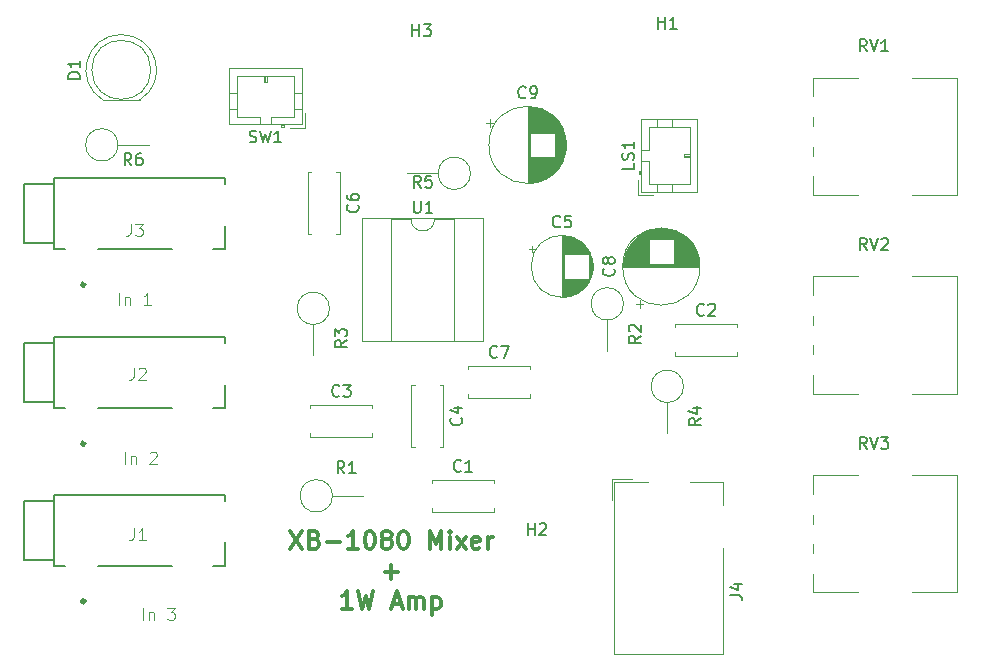
<source format=gbr>
G04 #@! TF.GenerationSoftware,KiCad,Pcbnew,(5.0.1)-rc2*
G04 #@! TF.CreationDate,2018-12-16T23:01:32-05:00*
G04 #@! TF.ProjectId,miniamp,6D696E69616D702E6B696361645F7063,rev?*
G04 #@! TF.SameCoordinates,Original*
G04 #@! TF.FileFunction,Legend,Top*
G04 #@! TF.FilePolarity,Positive*
%FSLAX46Y46*%
G04 Gerber Fmt 4.6, Leading zero omitted, Abs format (unit mm)*
G04 Created by KiCad (PCBNEW (5.0.1)-rc2) date 12/16/2018 11:01:32 PM*
%MOMM*%
%LPD*%
G01*
G04 APERTURE LIST*
%ADD10C,0.300000*%
%ADD11C,0.120000*%
%ADD12C,0.127000*%
%ADD13C,0.150000*%
%ADD14C,0.050000*%
G04 APERTURE END LIST*
D10*
X141959285Y-96831571D02*
X142959285Y-98331571D01*
X142959285Y-96831571D02*
X141959285Y-98331571D01*
X144030714Y-97545857D02*
X144245000Y-97617285D01*
X144316428Y-97688714D01*
X144387857Y-97831571D01*
X144387857Y-98045857D01*
X144316428Y-98188714D01*
X144245000Y-98260142D01*
X144102142Y-98331571D01*
X143530714Y-98331571D01*
X143530714Y-96831571D01*
X144030714Y-96831571D01*
X144173571Y-96903000D01*
X144245000Y-96974428D01*
X144316428Y-97117285D01*
X144316428Y-97260142D01*
X144245000Y-97403000D01*
X144173571Y-97474428D01*
X144030714Y-97545857D01*
X143530714Y-97545857D01*
X145030714Y-97760142D02*
X146173571Y-97760142D01*
X147673571Y-98331571D02*
X146816428Y-98331571D01*
X147245000Y-98331571D02*
X147245000Y-96831571D01*
X147102142Y-97045857D01*
X146959285Y-97188714D01*
X146816428Y-97260142D01*
X148602142Y-96831571D02*
X148745000Y-96831571D01*
X148887857Y-96903000D01*
X148959285Y-96974428D01*
X149030714Y-97117285D01*
X149102142Y-97403000D01*
X149102142Y-97760142D01*
X149030714Y-98045857D01*
X148959285Y-98188714D01*
X148887857Y-98260142D01*
X148745000Y-98331571D01*
X148602142Y-98331571D01*
X148459285Y-98260142D01*
X148387857Y-98188714D01*
X148316428Y-98045857D01*
X148245000Y-97760142D01*
X148245000Y-97403000D01*
X148316428Y-97117285D01*
X148387857Y-96974428D01*
X148459285Y-96903000D01*
X148602142Y-96831571D01*
X149959285Y-97474428D02*
X149816428Y-97403000D01*
X149745000Y-97331571D01*
X149673571Y-97188714D01*
X149673571Y-97117285D01*
X149745000Y-96974428D01*
X149816428Y-96903000D01*
X149959285Y-96831571D01*
X150245000Y-96831571D01*
X150387857Y-96903000D01*
X150459285Y-96974428D01*
X150530714Y-97117285D01*
X150530714Y-97188714D01*
X150459285Y-97331571D01*
X150387857Y-97403000D01*
X150245000Y-97474428D01*
X149959285Y-97474428D01*
X149816428Y-97545857D01*
X149745000Y-97617285D01*
X149673571Y-97760142D01*
X149673571Y-98045857D01*
X149745000Y-98188714D01*
X149816428Y-98260142D01*
X149959285Y-98331571D01*
X150245000Y-98331571D01*
X150387857Y-98260142D01*
X150459285Y-98188714D01*
X150530714Y-98045857D01*
X150530714Y-97760142D01*
X150459285Y-97617285D01*
X150387857Y-97545857D01*
X150245000Y-97474428D01*
X151459285Y-96831571D02*
X151602142Y-96831571D01*
X151745000Y-96903000D01*
X151816428Y-96974428D01*
X151887857Y-97117285D01*
X151959285Y-97403000D01*
X151959285Y-97760142D01*
X151887857Y-98045857D01*
X151816428Y-98188714D01*
X151745000Y-98260142D01*
X151602142Y-98331571D01*
X151459285Y-98331571D01*
X151316428Y-98260142D01*
X151245000Y-98188714D01*
X151173571Y-98045857D01*
X151102142Y-97760142D01*
X151102142Y-97403000D01*
X151173571Y-97117285D01*
X151245000Y-96974428D01*
X151316428Y-96903000D01*
X151459285Y-96831571D01*
X153745000Y-98331571D02*
X153745000Y-96831571D01*
X154245000Y-97903000D01*
X154745000Y-96831571D01*
X154745000Y-98331571D01*
X155459285Y-98331571D02*
X155459285Y-97331571D01*
X155459285Y-96831571D02*
X155387857Y-96903000D01*
X155459285Y-96974428D01*
X155530714Y-96903000D01*
X155459285Y-96831571D01*
X155459285Y-96974428D01*
X156030714Y-98331571D02*
X156816428Y-97331571D01*
X156030714Y-97331571D02*
X156816428Y-98331571D01*
X157959285Y-98260142D02*
X157816428Y-98331571D01*
X157530714Y-98331571D01*
X157387857Y-98260142D01*
X157316428Y-98117285D01*
X157316428Y-97545857D01*
X157387857Y-97403000D01*
X157530714Y-97331571D01*
X157816428Y-97331571D01*
X157959285Y-97403000D01*
X158030714Y-97545857D01*
X158030714Y-97688714D01*
X157316428Y-97831571D01*
X158673571Y-98331571D02*
X158673571Y-97331571D01*
X158673571Y-97617285D02*
X158745000Y-97474428D01*
X158816428Y-97403000D01*
X158959285Y-97331571D01*
X159102142Y-97331571D01*
X149923571Y-100310142D02*
X151066428Y-100310142D01*
X150495000Y-100881571D02*
X150495000Y-99738714D01*
X147173571Y-103431571D02*
X146316428Y-103431571D01*
X146745000Y-103431571D02*
X146745000Y-101931571D01*
X146602142Y-102145857D01*
X146459285Y-102288714D01*
X146316428Y-102360142D01*
X147673571Y-101931571D02*
X148030714Y-103431571D01*
X148316428Y-102360142D01*
X148602142Y-103431571D01*
X148959285Y-101931571D01*
X150602142Y-103003000D02*
X151316428Y-103003000D01*
X150459285Y-103431571D02*
X150959285Y-101931571D01*
X151459285Y-103431571D01*
X151959285Y-103431571D02*
X151959285Y-102431571D01*
X151959285Y-102574428D02*
X152030714Y-102503000D01*
X152173571Y-102431571D01*
X152387857Y-102431571D01*
X152530714Y-102503000D01*
X152602142Y-102645857D01*
X152602142Y-103431571D01*
X152602142Y-102645857D02*
X152673571Y-102503000D01*
X152816428Y-102431571D01*
X153030714Y-102431571D01*
X153173571Y-102503000D01*
X153245000Y-102645857D01*
X153245000Y-103431571D01*
X153959285Y-102431571D02*
X153959285Y-103931571D01*
X153959285Y-102503000D02*
X154102142Y-102431571D01*
X154387857Y-102431571D01*
X154530714Y-102503000D01*
X154602142Y-102574428D01*
X154673571Y-102717285D01*
X154673571Y-103145857D01*
X154602142Y-103288714D01*
X154530714Y-103360142D01*
X154387857Y-103431571D01*
X154102142Y-103431571D01*
X153959285Y-103360142D01*
D11*
G04 #@! TO.C,D1*
X127635462Y-54795000D02*
G75*
G03X126090170Y-60345000I-462J-2990000D01*
G01*
X127634538Y-54795000D02*
G75*
G02X129179830Y-60345000I462J-2990000D01*
G01*
X130135000Y-57785000D02*
G75*
G03X130135000Y-57785000I-2500000J0D01*
G01*
X126090000Y-60345000D02*
X129180000Y-60345000D01*
G04 #@! TO.C,SW1*
X143203000Y-62689000D02*
X143203000Y-61439000D01*
X141953000Y-62689000D02*
X143203000Y-62689000D01*
X139843000Y-58279000D02*
X139843000Y-58779000D01*
X139743000Y-58779000D02*
X139743000Y-58279000D01*
X139943000Y-58779000D02*
X139743000Y-58779000D01*
X139943000Y-58279000D02*
X139943000Y-58779000D01*
X136783000Y-59779000D02*
X137393000Y-59779000D01*
X136783000Y-61079000D02*
X137393000Y-61079000D01*
X142903000Y-59779000D02*
X142293000Y-59779000D01*
X142903000Y-61079000D02*
X142293000Y-61079000D01*
X139343000Y-61779000D02*
X139343000Y-62389000D01*
X137393000Y-61779000D02*
X139343000Y-61779000D01*
X137393000Y-58279000D02*
X137393000Y-61779000D01*
X142293000Y-58279000D02*
X137393000Y-58279000D01*
X142293000Y-61779000D02*
X142293000Y-58279000D01*
X140343000Y-61779000D02*
X142293000Y-61779000D01*
X140343000Y-62389000D02*
X140343000Y-61779000D01*
X141143000Y-62489000D02*
X141443000Y-62489000D01*
X141443000Y-62589000D02*
X141443000Y-62389000D01*
X141143000Y-62589000D02*
X141443000Y-62589000D01*
X141143000Y-62389000D02*
X141143000Y-62589000D01*
X136783000Y-62389000D02*
X142903000Y-62389000D01*
X136783000Y-57669000D02*
X136783000Y-62389000D01*
X142903000Y-57669000D02*
X136783000Y-57669000D01*
X142903000Y-62389000D02*
X142903000Y-57669000D01*
G04 #@! TO.C,LS1*
X171672000Y-68100000D02*
X176392000Y-68100000D01*
X176392000Y-68100000D02*
X176392000Y-61980000D01*
X176392000Y-61980000D02*
X171672000Y-61980000D01*
X171672000Y-61980000D02*
X171672000Y-68100000D01*
X171672000Y-66340000D02*
X171472000Y-66340000D01*
X171472000Y-66340000D02*
X171472000Y-66640000D01*
X171472000Y-66640000D02*
X171672000Y-66640000D01*
X171572000Y-66340000D02*
X171572000Y-66640000D01*
X171672000Y-65540000D02*
X172282000Y-65540000D01*
X172282000Y-65540000D02*
X172282000Y-67490000D01*
X172282000Y-67490000D02*
X175782000Y-67490000D01*
X175782000Y-67490000D02*
X175782000Y-62590000D01*
X175782000Y-62590000D02*
X172282000Y-62590000D01*
X172282000Y-62590000D02*
X172282000Y-64540000D01*
X172282000Y-64540000D02*
X171672000Y-64540000D01*
X172982000Y-68100000D02*
X172982000Y-67490000D01*
X174282000Y-68100000D02*
X174282000Y-67490000D01*
X172982000Y-61980000D02*
X172982000Y-62590000D01*
X174282000Y-61980000D02*
X174282000Y-62590000D01*
X175782000Y-65140000D02*
X175282000Y-65140000D01*
X175282000Y-65140000D02*
X175282000Y-64940000D01*
X175282000Y-64940000D02*
X175782000Y-64940000D01*
X175782000Y-65040000D02*
X175282000Y-65040000D01*
X171372000Y-67150000D02*
X171372000Y-68400000D01*
X171372000Y-68400000D02*
X172622000Y-68400000D01*
G04 #@! TO.C,C8*
X171201000Y-77627241D02*
X171831000Y-77627241D01*
X171516000Y-77942241D02*
X171516000Y-77312241D01*
X172953000Y-71201000D02*
X173757000Y-71201000D01*
X172722000Y-71241000D02*
X173988000Y-71241000D01*
X172553000Y-71281000D02*
X174157000Y-71281000D01*
X172415000Y-71321000D02*
X174295000Y-71321000D01*
X172296000Y-71361000D02*
X174414000Y-71361000D01*
X172190000Y-71401000D02*
X174520000Y-71401000D01*
X172093000Y-71441000D02*
X174617000Y-71441000D01*
X172005000Y-71481000D02*
X174705000Y-71481000D01*
X171923000Y-71521000D02*
X174787000Y-71521000D01*
X171846000Y-71561000D02*
X174864000Y-71561000D01*
X171774000Y-71601000D02*
X174936000Y-71601000D01*
X171705000Y-71641000D02*
X175005000Y-71641000D01*
X171641000Y-71681000D02*
X175069000Y-71681000D01*
X171579000Y-71721000D02*
X175131000Y-71721000D01*
X171521000Y-71761000D02*
X175189000Y-71761000D01*
X171465000Y-71801000D02*
X175245000Y-71801000D01*
X171411000Y-71841000D02*
X175299000Y-71841000D01*
X171360000Y-71881000D02*
X175350000Y-71881000D01*
X171311000Y-71921000D02*
X175399000Y-71921000D01*
X171263000Y-71961000D02*
X175447000Y-71961000D01*
X171218000Y-72001000D02*
X175492000Y-72001000D01*
X171173000Y-72041000D02*
X175537000Y-72041000D01*
X171131000Y-72081000D02*
X175579000Y-72081000D01*
X171090000Y-72121000D02*
X175620000Y-72121000D01*
X174395000Y-72161000D02*
X175660000Y-72161000D01*
X171050000Y-72161000D02*
X172315000Y-72161000D01*
X174395000Y-72201000D02*
X175698000Y-72201000D01*
X171012000Y-72201000D02*
X172315000Y-72201000D01*
X174395000Y-72241000D02*
X175735000Y-72241000D01*
X170975000Y-72241000D02*
X172315000Y-72241000D01*
X174395000Y-72281000D02*
X175771000Y-72281000D01*
X170939000Y-72281000D02*
X172315000Y-72281000D01*
X174395000Y-72321000D02*
X175805000Y-72321000D01*
X170905000Y-72321000D02*
X172315000Y-72321000D01*
X174395000Y-72361000D02*
X175839000Y-72361000D01*
X170871000Y-72361000D02*
X172315000Y-72361000D01*
X174395000Y-72401000D02*
X175871000Y-72401000D01*
X170839000Y-72401000D02*
X172315000Y-72401000D01*
X174395000Y-72441000D02*
X175903000Y-72441000D01*
X170807000Y-72441000D02*
X172315000Y-72441000D01*
X174395000Y-72481000D02*
X175933000Y-72481000D01*
X170777000Y-72481000D02*
X172315000Y-72481000D01*
X174395000Y-72521000D02*
X175962000Y-72521000D01*
X170748000Y-72521000D02*
X172315000Y-72521000D01*
X174395000Y-72561000D02*
X175991000Y-72561000D01*
X170719000Y-72561000D02*
X172315000Y-72561000D01*
X174395000Y-72601000D02*
X176019000Y-72601000D01*
X170691000Y-72601000D02*
X172315000Y-72601000D01*
X174395000Y-72641000D02*
X176045000Y-72641000D01*
X170665000Y-72641000D02*
X172315000Y-72641000D01*
X174395000Y-72681000D02*
X176071000Y-72681000D01*
X170639000Y-72681000D02*
X172315000Y-72681000D01*
X174395000Y-72721000D02*
X176097000Y-72721000D01*
X170613000Y-72721000D02*
X172315000Y-72721000D01*
X174395000Y-72761000D02*
X176121000Y-72761000D01*
X170589000Y-72761000D02*
X172315000Y-72761000D01*
X174395000Y-72801000D02*
X176145000Y-72801000D01*
X170565000Y-72801000D02*
X172315000Y-72801000D01*
X174395000Y-72841000D02*
X176167000Y-72841000D01*
X170543000Y-72841000D02*
X172315000Y-72841000D01*
X174395000Y-72881000D02*
X176189000Y-72881000D01*
X170521000Y-72881000D02*
X172315000Y-72881000D01*
X174395000Y-72921000D02*
X176211000Y-72921000D01*
X170499000Y-72921000D02*
X172315000Y-72921000D01*
X174395000Y-72961000D02*
X176231000Y-72961000D01*
X170479000Y-72961000D02*
X172315000Y-72961000D01*
X174395000Y-73001000D02*
X176251000Y-73001000D01*
X170459000Y-73001000D02*
X172315000Y-73001000D01*
X174395000Y-73041000D02*
X176271000Y-73041000D01*
X170439000Y-73041000D02*
X172315000Y-73041000D01*
X174395000Y-73081000D02*
X176289000Y-73081000D01*
X170421000Y-73081000D02*
X172315000Y-73081000D01*
X174395000Y-73121000D02*
X176307000Y-73121000D01*
X170403000Y-73121000D02*
X172315000Y-73121000D01*
X174395000Y-73161000D02*
X176325000Y-73161000D01*
X170385000Y-73161000D02*
X172315000Y-73161000D01*
X174395000Y-73201000D02*
X176341000Y-73201000D01*
X170369000Y-73201000D02*
X172315000Y-73201000D01*
X174395000Y-73241000D02*
X176357000Y-73241000D01*
X170353000Y-73241000D02*
X172315000Y-73241000D01*
X174395000Y-73281000D02*
X176373000Y-73281000D01*
X170337000Y-73281000D02*
X172315000Y-73281000D01*
X174395000Y-73321000D02*
X176388000Y-73321000D01*
X170322000Y-73321000D02*
X172315000Y-73321000D01*
X174395000Y-73361000D02*
X176402000Y-73361000D01*
X170308000Y-73361000D02*
X172315000Y-73361000D01*
X174395000Y-73401000D02*
X176416000Y-73401000D01*
X170294000Y-73401000D02*
X172315000Y-73401000D01*
X174395000Y-73441000D02*
X176429000Y-73441000D01*
X170281000Y-73441000D02*
X172315000Y-73441000D01*
X174395000Y-73481000D02*
X176441000Y-73481000D01*
X170269000Y-73481000D02*
X172315000Y-73481000D01*
X174395000Y-73521000D02*
X176453000Y-73521000D01*
X170257000Y-73521000D02*
X172315000Y-73521000D01*
X174395000Y-73561000D02*
X176465000Y-73561000D01*
X170245000Y-73561000D02*
X172315000Y-73561000D01*
X174395000Y-73601000D02*
X176476000Y-73601000D01*
X170234000Y-73601000D02*
X172315000Y-73601000D01*
X174395000Y-73641000D02*
X176486000Y-73641000D01*
X170224000Y-73641000D02*
X172315000Y-73641000D01*
X174395000Y-73681000D02*
X176496000Y-73681000D01*
X170214000Y-73681000D02*
X172315000Y-73681000D01*
X174395000Y-73721000D02*
X176505000Y-73721000D01*
X170205000Y-73721000D02*
X172315000Y-73721000D01*
X174395000Y-73762000D02*
X176514000Y-73762000D01*
X170196000Y-73762000D02*
X172315000Y-73762000D01*
X174395000Y-73802000D02*
X176522000Y-73802000D01*
X170188000Y-73802000D02*
X172315000Y-73802000D01*
X174395000Y-73842000D02*
X176530000Y-73842000D01*
X170180000Y-73842000D02*
X172315000Y-73842000D01*
X174395000Y-73882000D02*
X176537000Y-73882000D01*
X170173000Y-73882000D02*
X172315000Y-73882000D01*
X174395000Y-73922000D02*
X176544000Y-73922000D01*
X170166000Y-73922000D02*
X172315000Y-73922000D01*
X174395000Y-73962000D02*
X176550000Y-73962000D01*
X170160000Y-73962000D02*
X172315000Y-73962000D01*
X174395000Y-74002000D02*
X176556000Y-74002000D01*
X170154000Y-74002000D02*
X172315000Y-74002000D01*
X174395000Y-74042000D02*
X176561000Y-74042000D01*
X170149000Y-74042000D02*
X172315000Y-74042000D01*
X174395000Y-74082000D02*
X176566000Y-74082000D01*
X170144000Y-74082000D02*
X172315000Y-74082000D01*
X174395000Y-74122000D02*
X176570000Y-74122000D01*
X170140000Y-74122000D02*
X172315000Y-74122000D01*
X174395000Y-74162000D02*
X176573000Y-74162000D01*
X170137000Y-74162000D02*
X172315000Y-74162000D01*
X174395000Y-74202000D02*
X176577000Y-74202000D01*
X170133000Y-74202000D02*
X172315000Y-74202000D01*
X170131000Y-74242000D02*
X176579000Y-74242000D01*
X170128000Y-74282000D02*
X176582000Y-74282000D01*
X170127000Y-74322000D02*
X176583000Y-74322000D01*
X170125000Y-74362000D02*
X176585000Y-74362000D01*
X170125000Y-74402000D02*
X176585000Y-74402000D01*
X170125000Y-74442000D02*
X176585000Y-74442000D01*
X176625000Y-74442000D02*
G75*
G03X176625000Y-74442000I-3270000J0D01*
G01*
G04 #@! TO.C,C9*
X165302000Y-64135000D02*
G75*
G03X165302000Y-64135000I-3270000J0D01*
G01*
X162032000Y-60905000D02*
X162032000Y-67365000D01*
X162072000Y-60905000D02*
X162072000Y-67365000D01*
X162112000Y-60905000D02*
X162112000Y-67365000D01*
X162152000Y-60907000D02*
X162152000Y-67363000D01*
X162192000Y-60908000D02*
X162192000Y-67362000D01*
X162232000Y-60911000D02*
X162232000Y-67359000D01*
X162272000Y-60913000D02*
X162272000Y-63095000D01*
X162272000Y-65175000D02*
X162272000Y-67357000D01*
X162312000Y-60917000D02*
X162312000Y-63095000D01*
X162312000Y-65175000D02*
X162312000Y-67353000D01*
X162352000Y-60920000D02*
X162352000Y-63095000D01*
X162352000Y-65175000D02*
X162352000Y-67350000D01*
X162392000Y-60924000D02*
X162392000Y-63095000D01*
X162392000Y-65175000D02*
X162392000Y-67346000D01*
X162432000Y-60929000D02*
X162432000Y-63095000D01*
X162432000Y-65175000D02*
X162432000Y-67341000D01*
X162472000Y-60934000D02*
X162472000Y-63095000D01*
X162472000Y-65175000D02*
X162472000Y-67336000D01*
X162512000Y-60940000D02*
X162512000Y-63095000D01*
X162512000Y-65175000D02*
X162512000Y-67330000D01*
X162552000Y-60946000D02*
X162552000Y-63095000D01*
X162552000Y-65175000D02*
X162552000Y-67324000D01*
X162592000Y-60953000D02*
X162592000Y-63095000D01*
X162592000Y-65175000D02*
X162592000Y-67317000D01*
X162632000Y-60960000D02*
X162632000Y-63095000D01*
X162632000Y-65175000D02*
X162632000Y-67310000D01*
X162672000Y-60968000D02*
X162672000Y-63095000D01*
X162672000Y-65175000D02*
X162672000Y-67302000D01*
X162712000Y-60976000D02*
X162712000Y-63095000D01*
X162712000Y-65175000D02*
X162712000Y-67294000D01*
X162753000Y-60985000D02*
X162753000Y-63095000D01*
X162753000Y-65175000D02*
X162753000Y-67285000D01*
X162793000Y-60994000D02*
X162793000Y-63095000D01*
X162793000Y-65175000D02*
X162793000Y-67276000D01*
X162833000Y-61004000D02*
X162833000Y-63095000D01*
X162833000Y-65175000D02*
X162833000Y-67266000D01*
X162873000Y-61014000D02*
X162873000Y-63095000D01*
X162873000Y-65175000D02*
X162873000Y-67256000D01*
X162913000Y-61025000D02*
X162913000Y-63095000D01*
X162913000Y-65175000D02*
X162913000Y-67245000D01*
X162953000Y-61037000D02*
X162953000Y-63095000D01*
X162953000Y-65175000D02*
X162953000Y-67233000D01*
X162993000Y-61049000D02*
X162993000Y-63095000D01*
X162993000Y-65175000D02*
X162993000Y-67221000D01*
X163033000Y-61061000D02*
X163033000Y-63095000D01*
X163033000Y-65175000D02*
X163033000Y-67209000D01*
X163073000Y-61074000D02*
X163073000Y-63095000D01*
X163073000Y-65175000D02*
X163073000Y-67196000D01*
X163113000Y-61088000D02*
X163113000Y-63095000D01*
X163113000Y-65175000D02*
X163113000Y-67182000D01*
X163153000Y-61102000D02*
X163153000Y-63095000D01*
X163153000Y-65175000D02*
X163153000Y-67168000D01*
X163193000Y-61117000D02*
X163193000Y-63095000D01*
X163193000Y-65175000D02*
X163193000Y-67153000D01*
X163233000Y-61133000D02*
X163233000Y-63095000D01*
X163233000Y-65175000D02*
X163233000Y-67137000D01*
X163273000Y-61149000D02*
X163273000Y-63095000D01*
X163273000Y-65175000D02*
X163273000Y-67121000D01*
X163313000Y-61165000D02*
X163313000Y-63095000D01*
X163313000Y-65175000D02*
X163313000Y-67105000D01*
X163353000Y-61183000D02*
X163353000Y-63095000D01*
X163353000Y-65175000D02*
X163353000Y-67087000D01*
X163393000Y-61201000D02*
X163393000Y-63095000D01*
X163393000Y-65175000D02*
X163393000Y-67069000D01*
X163433000Y-61219000D02*
X163433000Y-63095000D01*
X163433000Y-65175000D02*
X163433000Y-67051000D01*
X163473000Y-61239000D02*
X163473000Y-63095000D01*
X163473000Y-65175000D02*
X163473000Y-67031000D01*
X163513000Y-61259000D02*
X163513000Y-63095000D01*
X163513000Y-65175000D02*
X163513000Y-67011000D01*
X163553000Y-61279000D02*
X163553000Y-63095000D01*
X163553000Y-65175000D02*
X163553000Y-66991000D01*
X163593000Y-61301000D02*
X163593000Y-63095000D01*
X163593000Y-65175000D02*
X163593000Y-66969000D01*
X163633000Y-61323000D02*
X163633000Y-63095000D01*
X163633000Y-65175000D02*
X163633000Y-66947000D01*
X163673000Y-61345000D02*
X163673000Y-63095000D01*
X163673000Y-65175000D02*
X163673000Y-66925000D01*
X163713000Y-61369000D02*
X163713000Y-63095000D01*
X163713000Y-65175000D02*
X163713000Y-66901000D01*
X163753000Y-61393000D02*
X163753000Y-63095000D01*
X163753000Y-65175000D02*
X163753000Y-66877000D01*
X163793000Y-61419000D02*
X163793000Y-63095000D01*
X163793000Y-65175000D02*
X163793000Y-66851000D01*
X163833000Y-61445000D02*
X163833000Y-63095000D01*
X163833000Y-65175000D02*
X163833000Y-66825000D01*
X163873000Y-61471000D02*
X163873000Y-63095000D01*
X163873000Y-65175000D02*
X163873000Y-66799000D01*
X163913000Y-61499000D02*
X163913000Y-63095000D01*
X163913000Y-65175000D02*
X163913000Y-66771000D01*
X163953000Y-61528000D02*
X163953000Y-63095000D01*
X163953000Y-65175000D02*
X163953000Y-66742000D01*
X163993000Y-61557000D02*
X163993000Y-63095000D01*
X163993000Y-65175000D02*
X163993000Y-66713000D01*
X164033000Y-61587000D02*
X164033000Y-63095000D01*
X164033000Y-65175000D02*
X164033000Y-66683000D01*
X164073000Y-61619000D02*
X164073000Y-63095000D01*
X164073000Y-65175000D02*
X164073000Y-66651000D01*
X164113000Y-61651000D02*
X164113000Y-63095000D01*
X164113000Y-65175000D02*
X164113000Y-66619000D01*
X164153000Y-61685000D02*
X164153000Y-63095000D01*
X164153000Y-65175000D02*
X164153000Y-66585000D01*
X164193000Y-61719000D02*
X164193000Y-63095000D01*
X164193000Y-65175000D02*
X164193000Y-66551000D01*
X164233000Y-61755000D02*
X164233000Y-63095000D01*
X164233000Y-65175000D02*
X164233000Y-66515000D01*
X164273000Y-61792000D02*
X164273000Y-63095000D01*
X164273000Y-65175000D02*
X164273000Y-66478000D01*
X164313000Y-61830000D02*
X164313000Y-63095000D01*
X164313000Y-65175000D02*
X164313000Y-66440000D01*
X164353000Y-61870000D02*
X164353000Y-66400000D01*
X164393000Y-61911000D02*
X164393000Y-66359000D01*
X164433000Y-61953000D02*
X164433000Y-66317000D01*
X164473000Y-61998000D02*
X164473000Y-66272000D01*
X164513000Y-62043000D02*
X164513000Y-66227000D01*
X164553000Y-62091000D02*
X164553000Y-66179000D01*
X164593000Y-62140000D02*
X164593000Y-66130000D01*
X164633000Y-62191000D02*
X164633000Y-66079000D01*
X164673000Y-62245000D02*
X164673000Y-66025000D01*
X164713000Y-62301000D02*
X164713000Y-65969000D01*
X164753000Y-62359000D02*
X164753000Y-65911000D01*
X164793000Y-62421000D02*
X164793000Y-65849000D01*
X164833000Y-62485000D02*
X164833000Y-65785000D01*
X164873000Y-62554000D02*
X164873000Y-65716000D01*
X164913000Y-62626000D02*
X164913000Y-65644000D01*
X164953000Y-62703000D02*
X164953000Y-65567000D01*
X164993000Y-62785000D02*
X164993000Y-65485000D01*
X165033000Y-62873000D02*
X165033000Y-65397000D01*
X165073000Y-62970000D02*
X165073000Y-65300000D01*
X165113000Y-63076000D02*
X165113000Y-65194000D01*
X165153000Y-63195000D02*
X165153000Y-65075000D01*
X165193000Y-63333000D02*
X165193000Y-64937000D01*
X165233000Y-63502000D02*
X165233000Y-64768000D01*
X165273000Y-63733000D02*
X165273000Y-64537000D01*
X158531759Y-62296000D02*
X159161759Y-62296000D01*
X158846759Y-61981000D02*
X158846759Y-62611000D01*
G04 #@! TO.C,J4*
X178590000Y-98272000D02*
X178590000Y-107272000D01*
X178590000Y-107272000D02*
X169390000Y-107272000D01*
X169390000Y-107272000D02*
X169390000Y-92672000D01*
X169390000Y-92672000D02*
X172190000Y-92672000D01*
X175790000Y-92672000D02*
X178590000Y-92672000D01*
X178590000Y-92672000D02*
X178590000Y-94672000D01*
X169150000Y-94172000D02*
X169150000Y-92432000D01*
X169150000Y-92432000D02*
X170890000Y-92432000D01*
G04 #@! TO.C,C5*
X167573000Y-74422000D02*
G75*
G03X167573000Y-74422000I-2620000J0D01*
G01*
X164953000Y-71842000D02*
X164953000Y-77002000D01*
X164993000Y-71842000D02*
X164993000Y-77002000D01*
X165033000Y-71843000D02*
X165033000Y-77001000D01*
X165073000Y-71844000D02*
X165073000Y-77000000D01*
X165113000Y-71846000D02*
X165113000Y-76998000D01*
X165153000Y-71849000D02*
X165153000Y-76995000D01*
X165193000Y-71853000D02*
X165193000Y-73382000D01*
X165193000Y-75462000D02*
X165193000Y-76991000D01*
X165233000Y-71857000D02*
X165233000Y-73382000D01*
X165233000Y-75462000D02*
X165233000Y-76987000D01*
X165273000Y-71861000D02*
X165273000Y-73382000D01*
X165273000Y-75462000D02*
X165273000Y-76983000D01*
X165313000Y-71866000D02*
X165313000Y-73382000D01*
X165313000Y-75462000D02*
X165313000Y-76978000D01*
X165353000Y-71872000D02*
X165353000Y-73382000D01*
X165353000Y-75462000D02*
X165353000Y-76972000D01*
X165393000Y-71879000D02*
X165393000Y-73382000D01*
X165393000Y-75462000D02*
X165393000Y-76965000D01*
X165433000Y-71886000D02*
X165433000Y-73382000D01*
X165433000Y-75462000D02*
X165433000Y-76958000D01*
X165473000Y-71894000D02*
X165473000Y-73382000D01*
X165473000Y-75462000D02*
X165473000Y-76950000D01*
X165513000Y-71902000D02*
X165513000Y-73382000D01*
X165513000Y-75462000D02*
X165513000Y-76942000D01*
X165553000Y-71911000D02*
X165553000Y-73382000D01*
X165553000Y-75462000D02*
X165553000Y-76933000D01*
X165593000Y-71921000D02*
X165593000Y-73382000D01*
X165593000Y-75462000D02*
X165593000Y-76923000D01*
X165633000Y-71931000D02*
X165633000Y-73382000D01*
X165633000Y-75462000D02*
X165633000Y-76913000D01*
X165674000Y-71942000D02*
X165674000Y-73382000D01*
X165674000Y-75462000D02*
X165674000Y-76902000D01*
X165714000Y-71954000D02*
X165714000Y-73382000D01*
X165714000Y-75462000D02*
X165714000Y-76890000D01*
X165754000Y-71967000D02*
X165754000Y-73382000D01*
X165754000Y-75462000D02*
X165754000Y-76877000D01*
X165794000Y-71980000D02*
X165794000Y-73382000D01*
X165794000Y-75462000D02*
X165794000Y-76864000D01*
X165834000Y-71994000D02*
X165834000Y-73382000D01*
X165834000Y-75462000D02*
X165834000Y-76850000D01*
X165874000Y-72008000D02*
X165874000Y-73382000D01*
X165874000Y-75462000D02*
X165874000Y-76836000D01*
X165914000Y-72024000D02*
X165914000Y-73382000D01*
X165914000Y-75462000D02*
X165914000Y-76820000D01*
X165954000Y-72040000D02*
X165954000Y-73382000D01*
X165954000Y-75462000D02*
X165954000Y-76804000D01*
X165994000Y-72057000D02*
X165994000Y-73382000D01*
X165994000Y-75462000D02*
X165994000Y-76787000D01*
X166034000Y-72074000D02*
X166034000Y-73382000D01*
X166034000Y-75462000D02*
X166034000Y-76770000D01*
X166074000Y-72093000D02*
X166074000Y-73382000D01*
X166074000Y-75462000D02*
X166074000Y-76751000D01*
X166114000Y-72112000D02*
X166114000Y-73382000D01*
X166114000Y-75462000D02*
X166114000Y-76732000D01*
X166154000Y-72132000D02*
X166154000Y-73382000D01*
X166154000Y-75462000D02*
X166154000Y-76712000D01*
X166194000Y-72154000D02*
X166194000Y-73382000D01*
X166194000Y-75462000D02*
X166194000Y-76690000D01*
X166234000Y-72175000D02*
X166234000Y-73382000D01*
X166234000Y-75462000D02*
X166234000Y-76669000D01*
X166274000Y-72198000D02*
X166274000Y-73382000D01*
X166274000Y-75462000D02*
X166274000Y-76646000D01*
X166314000Y-72222000D02*
X166314000Y-73382000D01*
X166314000Y-75462000D02*
X166314000Y-76622000D01*
X166354000Y-72247000D02*
X166354000Y-73382000D01*
X166354000Y-75462000D02*
X166354000Y-76597000D01*
X166394000Y-72273000D02*
X166394000Y-73382000D01*
X166394000Y-75462000D02*
X166394000Y-76571000D01*
X166434000Y-72300000D02*
X166434000Y-73382000D01*
X166434000Y-75462000D02*
X166434000Y-76544000D01*
X166474000Y-72327000D02*
X166474000Y-73382000D01*
X166474000Y-75462000D02*
X166474000Y-76517000D01*
X166514000Y-72357000D02*
X166514000Y-73382000D01*
X166514000Y-75462000D02*
X166514000Y-76487000D01*
X166554000Y-72387000D02*
X166554000Y-73382000D01*
X166554000Y-75462000D02*
X166554000Y-76457000D01*
X166594000Y-72418000D02*
X166594000Y-73382000D01*
X166594000Y-75462000D02*
X166594000Y-76426000D01*
X166634000Y-72451000D02*
X166634000Y-73382000D01*
X166634000Y-75462000D02*
X166634000Y-76393000D01*
X166674000Y-72485000D02*
X166674000Y-73382000D01*
X166674000Y-75462000D02*
X166674000Y-76359000D01*
X166714000Y-72521000D02*
X166714000Y-73382000D01*
X166714000Y-75462000D02*
X166714000Y-76323000D01*
X166754000Y-72558000D02*
X166754000Y-73382000D01*
X166754000Y-75462000D02*
X166754000Y-76286000D01*
X166794000Y-72596000D02*
X166794000Y-73382000D01*
X166794000Y-75462000D02*
X166794000Y-76248000D01*
X166834000Y-72637000D02*
X166834000Y-73382000D01*
X166834000Y-75462000D02*
X166834000Y-76207000D01*
X166874000Y-72679000D02*
X166874000Y-73382000D01*
X166874000Y-75462000D02*
X166874000Y-76165000D01*
X166914000Y-72723000D02*
X166914000Y-73382000D01*
X166914000Y-75462000D02*
X166914000Y-76121000D01*
X166954000Y-72769000D02*
X166954000Y-73382000D01*
X166954000Y-75462000D02*
X166954000Y-76075000D01*
X166994000Y-72817000D02*
X166994000Y-73382000D01*
X166994000Y-75462000D02*
X166994000Y-76027000D01*
X167034000Y-72868000D02*
X167034000Y-73382000D01*
X167034000Y-75462000D02*
X167034000Y-75976000D01*
X167074000Y-72922000D02*
X167074000Y-73382000D01*
X167074000Y-75462000D02*
X167074000Y-75922000D01*
X167114000Y-72979000D02*
X167114000Y-73382000D01*
X167114000Y-75462000D02*
X167114000Y-75865000D01*
X167154000Y-73039000D02*
X167154000Y-73382000D01*
X167154000Y-75462000D02*
X167154000Y-75805000D01*
X167194000Y-73103000D02*
X167194000Y-73382000D01*
X167194000Y-75462000D02*
X167194000Y-75741000D01*
X167234000Y-73171000D02*
X167234000Y-73382000D01*
X167234000Y-75462000D02*
X167234000Y-75673000D01*
X167274000Y-73244000D02*
X167274000Y-75600000D01*
X167314000Y-73324000D02*
X167314000Y-75520000D01*
X167354000Y-73411000D02*
X167354000Y-75433000D01*
X167394000Y-73507000D02*
X167394000Y-75337000D01*
X167434000Y-73617000D02*
X167434000Y-75227000D01*
X167474000Y-73745000D02*
X167474000Y-75099000D01*
X167514000Y-73904000D02*
X167514000Y-74940000D01*
X167554000Y-74138000D02*
X167554000Y-74706000D01*
X162148225Y-72947000D02*
X162648225Y-72947000D01*
X162398225Y-72697000D02*
X162398225Y-73197000D01*
G04 #@! TO.C,U1*
X154162000Y-70425000D02*
G75*
G02X152162000Y-70425000I-1000000J0D01*
G01*
X152162000Y-70425000D02*
X150512000Y-70425000D01*
X150512000Y-70425000D02*
X150512000Y-80705000D01*
X150512000Y-80705000D02*
X155812000Y-80705000D01*
X155812000Y-80705000D02*
X155812000Y-70425000D01*
X155812000Y-70425000D02*
X154162000Y-70425000D01*
X148022000Y-70365000D02*
X148022000Y-80765000D01*
X148022000Y-80765000D02*
X158302000Y-80765000D01*
X158302000Y-80765000D02*
X158302000Y-70365000D01*
X158302000Y-70365000D02*
X148022000Y-70365000D01*
G04 #@! TO.C,R6*
X127354000Y-64135000D02*
X129964000Y-64135000D01*
X127354000Y-64135000D02*
G75*
G03X127354000Y-64135000I-1370000J0D01*
G01*
G04 #@! TO.C,R5*
X157199000Y-66548000D02*
G75*
G03X157199000Y-66548000I-1370000J0D01*
G01*
X154459000Y-66548000D02*
X151849000Y-66548000D01*
G04 #@! TO.C,R3*
X143891000Y-79348000D02*
X143891000Y-81958000D01*
X145261000Y-77978000D02*
G75*
G03X145261000Y-77978000I-1370000J0D01*
G01*
G04 #@! TO.C,R1*
X145515000Y-93853000D02*
G75*
G03X145515000Y-93853000I-1370000J0D01*
G01*
X145515000Y-93853000D02*
X148125000Y-93853000D01*
G04 #@! TO.C,R2*
X168783000Y-78967000D02*
X168783000Y-81577000D01*
X170153000Y-77597000D02*
G75*
G03X170153000Y-77597000I-1370000J0D01*
G01*
G04 #@! TO.C,R4*
X175233000Y-84582000D02*
G75*
G03X175233000Y-84582000I-1370000J0D01*
G01*
X173863000Y-85952000D02*
X173863000Y-88562000D01*
D10*
G04 #@! TO.C,J2*
X124559000Y-89439000D02*
G75*
G03X124559000Y-89439000I-150000J0D01*
G01*
D12*
X121909000Y-80939000D02*
X119409000Y-80939000D01*
X119409000Y-80939000D02*
X119409000Y-85939000D01*
X119409000Y-85939000D02*
X121909000Y-85939000D01*
X121909000Y-85939000D02*
X121909000Y-86439000D01*
X121909000Y-86439000D02*
X122909000Y-86439000D01*
X121909000Y-85939000D02*
X121909000Y-80439000D01*
X121909000Y-80439000D02*
X136409000Y-80439000D01*
X136409000Y-80439000D02*
X136409000Y-80939000D01*
X136409000Y-84439000D02*
X136409000Y-86439000D01*
X136409000Y-86439000D02*
X135409000Y-86439000D01*
X125659000Y-86439000D02*
X131909000Y-86439000D01*
G04 #@! TO.C,J3*
X125659000Y-72977000D02*
X131909000Y-72977000D01*
X136409000Y-72977000D02*
X135409000Y-72977000D01*
X136409000Y-70977000D02*
X136409000Y-72977000D01*
X136409000Y-66977000D02*
X136409000Y-67477000D01*
X121909000Y-66977000D02*
X136409000Y-66977000D01*
X121909000Y-72477000D02*
X121909000Y-66977000D01*
X121909000Y-72977000D02*
X122909000Y-72977000D01*
X121909000Y-72477000D02*
X121909000Y-72977000D01*
X119409000Y-72477000D02*
X121909000Y-72477000D01*
X119409000Y-67477000D02*
X119409000Y-72477000D01*
X121909000Y-67477000D02*
X119409000Y-67477000D01*
D10*
X124559000Y-75977000D02*
G75*
G03X124559000Y-75977000I-150000J0D01*
G01*
G04 #@! TO.C,J1*
X124559000Y-102774000D02*
G75*
G03X124559000Y-102774000I-150000J0D01*
G01*
D12*
X121909000Y-94274000D02*
X119409000Y-94274000D01*
X119409000Y-94274000D02*
X119409000Y-99274000D01*
X119409000Y-99274000D02*
X121909000Y-99274000D01*
X121909000Y-99274000D02*
X121909000Y-99774000D01*
X121909000Y-99774000D02*
X122909000Y-99774000D01*
X121909000Y-99274000D02*
X121909000Y-93774000D01*
X121909000Y-93774000D02*
X136409000Y-93774000D01*
X136409000Y-93774000D02*
X136409000Y-94274000D01*
X136409000Y-97774000D02*
X136409000Y-99774000D01*
X136409000Y-99774000D02*
X135409000Y-99774000D01*
X125659000Y-99774000D02*
X131909000Y-99774000D01*
D11*
G04 #@! TO.C,C1*
X159171000Y-94908000D02*
X159171000Y-95223000D01*
X159171000Y-92483000D02*
X159171000Y-92798000D01*
X153931000Y-94908000D02*
X153931000Y-95223000D01*
X153931000Y-92483000D02*
X153931000Y-92798000D01*
X153931000Y-95223000D02*
X159171000Y-95223000D01*
X153931000Y-92483000D02*
X159171000Y-92483000D01*
G04 #@! TO.C,C2*
X174505000Y-79275000D02*
X179745000Y-79275000D01*
X174505000Y-82015000D02*
X179745000Y-82015000D01*
X174505000Y-79275000D02*
X174505000Y-79590000D01*
X174505000Y-81700000D02*
X174505000Y-82015000D01*
X179745000Y-79275000D02*
X179745000Y-79590000D01*
X179745000Y-81700000D02*
X179745000Y-82015000D01*
G04 #@! TO.C,C3*
X148884000Y-88558000D02*
X148884000Y-88873000D01*
X148884000Y-86133000D02*
X148884000Y-86448000D01*
X143644000Y-88558000D02*
X143644000Y-88873000D01*
X143644000Y-86133000D02*
X143644000Y-86448000D01*
X143644000Y-88873000D02*
X148884000Y-88873000D01*
X143644000Y-86133000D02*
X148884000Y-86133000D01*
G04 #@! TO.C,C4*
X154913000Y-84462000D02*
X154913000Y-89702000D01*
X152173000Y-84462000D02*
X152173000Y-89702000D01*
X154913000Y-84462000D02*
X154598000Y-84462000D01*
X152488000Y-84462000D02*
X152173000Y-84462000D01*
X154913000Y-89702000D02*
X154598000Y-89702000D01*
X152488000Y-89702000D02*
X152173000Y-89702000D01*
G04 #@! TO.C,C6*
X143725000Y-71668000D02*
X143410000Y-71668000D01*
X146150000Y-71668000D02*
X145835000Y-71668000D01*
X143725000Y-66428000D02*
X143410000Y-66428000D01*
X146150000Y-66428000D02*
X145835000Y-66428000D01*
X143410000Y-66428000D02*
X143410000Y-71668000D01*
X146150000Y-66428000D02*
X146150000Y-71668000D01*
G04 #@! TO.C,C7*
X156979000Y-82831000D02*
X162219000Y-82831000D01*
X156979000Y-85571000D02*
X162219000Y-85571000D01*
X156979000Y-82831000D02*
X156979000Y-83146000D01*
X156979000Y-85256000D02*
X156979000Y-85571000D01*
X162219000Y-82831000D02*
X162219000Y-83146000D01*
X162219000Y-85256000D02*
X162219000Y-85571000D01*
G04 #@! TO.C,RV1*
X186173000Y-58443000D02*
X190038000Y-58443000D01*
X194548000Y-58443000D02*
X198413000Y-58443000D01*
X186173000Y-68383000D02*
X190038000Y-68383000D01*
X194548000Y-68383000D02*
X198413000Y-68383000D01*
X186173000Y-58443000D02*
X186173000Y-60042000D01*
X186173000Y-61784000D02*
X186173000Y-62543000D01*
X186173000Y-64284000D02*
X186173000Y-65043000D01*
X186173000Y-66783000D02*
X186173000Y-68383000D01*
X198413000Y-58443000D02*
X198413000Y-68383000D01*
G04 #@! TO.C,RV2*
X198413000Y-75270500D02*
X198413000Y-85210500D01*
X186173000Y-83610500D02*
X186173000Y-85210500D01*
X186173000Y-81111500D02*
X186173000Y-81870500D01*
X186173000Y-78611500D02*
X186173000Y-79370500D01*
X186173000Y-75270500D02*
X186173000Y-76869500D01*
X194548000Y-85210500D02*
X198413000Y-85210500D01*
X186173000Y-85210500D02*
X190038000Y-85210500D01*
X194548000Y-75270500D02*
X198413000Y-75270500D01*
X186173000Y-75270500D02*
X190038000Y-75270500D01*
G04 #@! TO.C,RV3*
X186173000Y-92098000D02*
X190038000Y-92098000D01*
X194548000Y-92098000D02*
X198413000Y-92098000D01*
X186173000Y-102038000D02*
X190038000Y-102038000D01*
X194548000Y-102038000D02*
X198413000Y-102038000D01*
X186173000Y-92098000D02*
X186173000Y-93697000D01*
X186173000Y-95439000D02*
X186173000Y-96198000D01*
X186173000Y-97939000D02*
X186173000Y-98698000D01*
X186173000Y-100438000D02*
X186173000Y-102038000D01*
X198413000Y-92098000D02*
X198413000Y-102038000D01*
G04 #@! TO.C,H1*
D13*
X173101095Y-54300380D02*
X173101095Y-53300380D01*
X173101095Y-53776571D02*
X173672523Y-53776571D01*
X173672523Y-54300380D02*
X173672523Y-53300380D01*
X174672523Y-54300380D02*
X174101095Y-54300380D01*
X174386809Y-54300380D02*
X174386809Y-53300380D01*
X174291571Y-53443238D01*
X174196333Y-53538476D01*
X174101095Y-53586095D01*
G04 #@! TO.C,H3*
X152273095Y-54935380D02*
X152273095Y-53935380D01*
X152273095Y-54411571D02*
X152844523Y-54411571D01*
X152844523Y-54935380D02*
X152844523Y-53935380D01*
X153225476Y-53935380D02*
X153844523Y-53935380D01*
X153511190Y-54316333D01*
X153654047Y-54316333D01*
X153749285Y-54363952D01*
X153796904Y-54411571D01*
X153844523Y-54506809D01*
X153844523Y-54744904D01*
X153796904Y-54840142D01*
X153749285Y-54887761D01*
X153654047Y-54935380D01*
X153368333Y-54935380D01*
X153273095Y-54887761D01*
X153225476Y-54840142D01*
G04 #@! TO.C,H2*
X162052095Y-97186380D02*
X162052095Y-96186380D01*
X162052095Y-96662571D02*
X162623523Y-96662571D01*
X162623523Y-97186380D02*
X162623523Y-96186380D01*
X163052095Y-96281619D02*
X163099714Y-96234000D01*
X163194952Y-96186380D01*
X163433047Y-96186380D01*
X163528285Y-96234000D01*
X163575904Y-96281619D01*
X163623523Y-96376857D01*
X163623523Y-96472095D01*
X163575904Y-96614952D01*
X163004476Y-97186380D01*
X163623523Y-97186380D01*
G04 #@! TO.C,D1*
X124127380Y-58523095D02*
X123127380Y-58523095D01*
X123127380Y-58285000D01*
X123175000Y-58142142D01*
X123270238Y-58046904D01*
X123365476Y-57999285D01*
X123555952Y-57951666D01*
X123698809Y-57951666D01*
X123889285Y-57999285D01*
X123984523Y-58046904D01*
X124079761Y-58142142D01*
X124127380Y-58285000D01*
X124127380Y-58523095D01*
X124127380Y-56999285D02*
X124127380Y-57570714D01*
X124127380Y-57285000D02*
X123127380Y-57285000D01*
X123270238Y-57380238D01*
X123365476Y-57475476D01*
X123413095Y-57570714D01*
G04 #@! TO.C,SW1*
X138509666Y-63883761D02*
X138652523Y-63931380D01*
X138890619Y-63931380D01*
X138985857Y-63883761D01*
X139033476Y-63836142D01*
X139081095Y-63740904D01*
X139081095Y-63645666D01*
X139033476Y-63550428D01*
X138985857Y-63502809D01*
X138890619Y-63455190D01*
X138700142Y-63407571D01*
X138604904Y-63359952D01*
X138557285Y-63312333D01*
X138509666Y-63217095D01*
X138509666Y-63121857D01*
X138557285Y-63026619D01*
X138604904Y-62979000D01*
X138700142Y-62931380D01*
X138938238Y-62931380D01*
X139081095Y-62979000D01*
X139414428Y-62931380D02*
X139652523Y-63931380D01*
X139843000Y-63217095D01*
X140033476Y-63931380D01*
X140271571Y-62931380D01*
X141176333Y-63931380D02*
X140604904Y-63931380D01*
X140890619Y-63931380D02*
X140890619Y-62931380D01*
X140795380Y-63074238D01*
X140700142Y-63169476D01*
X140604904Y-63217095D01*
G04 #@! TO.C,LS1*
X171034380Y-65682857D02*
X171034380Y-66159047D01*
X170034380Y-66159047D01*
X170986761Y-65397142D02*
X171034380Y-65254285D01*
X171034380Y-65016190D01*
X170986761Y-64920952D01*
X170939142Y-64873333D01*
X170843904Y-64825714D01*
X170748666Y-64825714D01*
X170653428Y-64873333D01*
X170605809Y-64920952D01*
X170558190Y-65016190D01*
X170510571Y-65206666D01*
X170462952Y-65301904D01*
X170415333Y-65349523D01*
X170320095Y-65397142D01*
X170224857Y-65397142D01*
X170129619Y-65349523D01*
X170082000Y-65301904D01*
X170034380Y-65206666D01*
X170034380Y-64968571D01*
X170082000Y-64825714D01*
X171034380Y-63873333D02*
X171034380Y-64444761D01*
X171034380Y-64159047D02*
X170034380Y-64159047D01*
X170177238Y-64254285D01*
X170272476Y-64349523D01*
X170320095Y-64444761D01*
G04 #@! TO.C,C8*
X169312142Y-74608666D02*
X169359761Y-74656285D01*
X169407380Y-74799142D01*
X169407380Y-74894380D01*
X169359761Y-75037238D01*
X169264523Y-75132476D01*
X169169285Y-75180095D01*
X168978809Y-75227714D01*
X168835952Y-75227714D01*
X168645476Y-75180095D01*
X168550238Y-75132476D01*
X168455000Y-75037238D01*
X168407380Y-74894380D01*
X168407380Y-74799142D01*
X168455000Y-74656285D01*
X168502619Y-74608666D01*
X168835952Y-74037238D02*
X168788333Y-74132476D01*
X168740714Y-74180095D01*
X168645476Y-74227714D01*
X168597857Y-74227714D01*
X168502619Y-74180095D01*
X168455000Y-74132476D01*
X168407380Y-74037238D01*
X168407380Y-73846761D01*
X168455000Y-73751523D01*
X168502619Y-73703904D01*
X168597857Y-73656285D01*
X168645476Y-73656285D01*
X168740714Y-73703904D01*
X168788333Y-73751523D01*
X168835952Y-73846761D01*
X168835952Y-74037238D01*
X168883571Y-74132476D01*
X168931190Y-74180095D01*
X169026428Y-74227714D01*
X169216904Y-74227714D01*
X169312142Y-74180095D01*
X169359761Y-74132476D01*
X169407380Y-74037238D01*
X169407380Y-73846761D01*
X169359761Y-73751523D01*
X169312142Y-73703904D01*
X169216904Y-73656285D01*
X169026428Y-73656285D01*
X168931190Y-73703904D01*
X168883571Y-73751523D01*
X168835952Y-73846761D01*
G04 #@! TO.C,C9*
X161865333Y-60092142D02*
X161817714Y-60139761D01*
X161674857Y-60187380D01*
X161579619Y-60187380D01*
X161436761Y-60139761D01*
X161341523Y-60044523D01*
X161293904Y-59949285D01*
X161246285Y-59758809D01*
X161246285Y-59615952D01*
X161293904Y-59425476D01*
X161341523Y-59330238D01*
X161436761Y-59235000D01*
X161579619Y-59187380D01*
X161674857Y-59187380D01*
X161817714Y-59235000D01*
X161865333Y-59282619D01*
X162341523Y-60187380D02*
X162532000Y-60187380D01*
X162627238Y-60139761D01*
X162674857Y-60092142D01*
X162770095Y-59949285D01*
X162817714Y-59758809D01*
X162817714Y-59377857D01*
X162770095Y-59282619D01*
X162722476Y-59235000D01*
X162627238Y-59187380D01*
X162436761Y-59187380D01*
X162341523Y-59235000D01*
X162293904Y-59282619D01*
X162246285Y-59377857D01*
X162246285Y-59615952D01*
X162293904Y-59711190D01*
X162341523Y-59758809D01*
X162436761Y-59806428D01*
X162627238Y-59806428D01*
X162722476Y-59758809D01*
X162770095Y-59711190D01*
X162817714Y-59615952D01*
G04 #@! TO.C,J4*
X179192380Y-102255333D02*
X179906666Y-102255333D01*
X180049523Y-102302952D01*
X180144761Y-102398190D01*
X180192380Y-102541047D01*
X180192380Y-102636285D01*
X179525714Y-101350571D02*
X180192380Y-101350571D01*
X179144761Y-101588666D02*
X179859047Y-101826761D01*
X179859047Y-101207714D01*
G04 #@! TO.C,C5*
X164786333Y-71029142D02*
X164738714Y-71076761D01*
X164595857Y-71124380D01*
X164500619Y-71124380D01*
X164357761Y-71076761D01*
X164262523Y-70981523D01*
X164214904Y-70886285D01*
X164167285Y-70695809D01*
X164167285Y-70552952D01*
X164214904Y-70362476D01*
X164262523Y-70267238D01*
X164357761Y-70172000D01*
X164500619Y-70124380D01*
X164595857Y-70124380D01*
X164738714Y-70172000D01*
X164786333Y-70219619D01*
X165691095Y-70124380D02*
X165214904Y-70124380D01*
X165167285Y-70600571D01*
X165214904Y-70552952D01*
X165310142Y-70505333D01*
X165548238Y-70505333D01*
X165643476Y-70552952D01*
X165691095Y-70600571D01*
X165738714Y-70695809D01*
X165738714Y-70933904D01*
X165691095Y-71029142D01*
X165643476Y-71076761D01*
X165548238Y-71124380D01*
X165310142Y-71124380D01*
X165214904Y-71076761D01*
X165167285Y-71029142D01*
G04 #@! TO.C,U1*
X152400095Y-68877380D02*
X152400095Y-69686904D01*
X152447714Y-69782142D01*
X152495333Y-69829761D01*
X152590571Y-69877380D01*
X152781047Y-69877380D01*
X152876285Y-69829761D01*
X152923904Y-69782142D01*
X152971523Y-69686904D01*
X152971523Y-68877380D01*
X153971523Y-69877380D02*
X153400095Y-69877380D01*
X153685809Y-69877380D02*
X153685809Y-68877380D01*
X153590571Y-69020238D01*
X153495333Y-69115476D01*
X153400095Y-69163095D01*
G04 #@! TO.C,R6*
X128484333Y-65857380D02*
X128151000Y-65381190D01*
X127912904Y-65857380D02*
X127912904Y-64857380D01*
X128293857Y-64857380D01*
X128389095Y-64905000D01*
X128436714Y-64952619D01*
X128484333Y-65047857D01*
X128484333Y-65190714D01*
X128436714Y-65285952D01*
X128389095Y-65333571D01*
X128293857Y-65381190D01*
X127912904Y-65381190D01*
X129341476Y-64857380D02*
X129151000Y-64857380D01*
X129055761Y-64905000D01*
X129008142Y-64952619D01*
X128912904Y-65095476D01*
X128865285Y-65285952D01*
X128865285Y-65666904D01*
X128912904Y-65762142D01*
X128960523Y-65809761D01*
X129055761Y-65857380D01*
X129246238Y-65857380D01*
X129341476Y-65809761D01*
X129389095Y-65762142D01*
X129436714Y-65666904D01*
X129436714Y-65428809D01*
X129389095Y-65333571D01*
X129341476Y-65285952D01*
X129246238Y-65238333D01*
X129055761Y-65238333D01*
X128960523Y-65285952D01*
X128912904Y-65333571D01*
X128865285Y-65428809D01*
G04 #@! TO.C,R5*
X152995333Y-67762380D02*
X152662000Y-67286190D01*
X152423904Y-67762380D02*
X152423904Y-66762380D01*
X152804857Y-66762380D01*
X152900095Y-66810000D01*
X152947714Y-66857619D01*
X152995333Y-66952857D01*
X152995333Y-67095714D01*
X152947714Y-67190952D01*
X152900095Y-67238571D01*
X152804857Y-67286190D01*
X152423904Y-67286190D01*
X153900095Y-66762380D02*
X153423904Y-66762380D01*
X153376285Y-67238571D01*
X153423904Y-67190952D01*
X153519142Y-67143333D01*
X153757238Y-67143333D01*
X153852476Y-67190952D01*
X153900095Y-67238571D01*
X153947714Y-67333809D01*
X153947714Y-67571904D01*
X153900095Y-67667142D01*
X153852476Y-67714761D01*
X153757238Y-67762380D01*
X153519142Y-67762380D01*
X153423904Y-67714761D01*
X153376285Y-67667142D01*
G04 #@! TO.C,R3*
X146713380Y-80684666D02*
X146237190Y-81018000D01*
X146713380Y-81256095D02*
X145713380Y-81256095D01*
X145713380Y-80875142D01*
X145761000Y-80779904D01*
X145808619Y-80732285D01*
X145903857Y-80684666D01*
X146046714Y-80684666D01*
X146141952Y-80732285D01*
X146189571Y-80779904D01*
X146237190Y-80875142D01*
X146237190Y-81256095D01*
X145713380Y-80351333D02*
X145713380Y-79732285D01*
X146094333Y-80065619D01*
X146094333Y-79922761D01*
X146141952Y-79827523D01*
X146189571Y-79779904D01*
X146284809Y-79732285D01*
X146522904Y-79732285D01*
X146618142Y-79779904D01*
X146665761Y-79827523D01*
X146713380Y-79922761D01*
X146713380Y-80208476D01*
X146665761Y-80303714D01*
X146618142Y-80351333D01*
G04 #@! TO.C,R1*
X146518333Y-91935380D02*
X146185000Y-91459190D01*
X145946904Y-91935380D02*
X145946904Y-90935380D01*
X146327857Y-90935380D01*
X146423095Y-90983000D01*
X146470714Y-91030619D01*
X146518333Y-91125857D01*
X146518333Y-91268714D01*
X146470714Y-91363952D01*
X146423095Y-91411571D01*
X146327857Y-91459190D01*
X145946904Y-91459190D01*
X147470714Y-91935380D02*
X146899285Y-91935380D01*
X147185000Y-91935380D02*
X147185000Y-90935380D01*
X147089761Y-91078238D01*
X146994523Y-91173476D01*
X146899285Y-91221095D01*
G04 #@! TO.C,R2*
X171605380Y-80303666D02*
X171129190Y-80637000D01*
X171605380Y-80875095D02*
X170605380Y-80875095D01*
X170605380Y-80494142D01*
X170653000Y-80398904D01*
X170700619Y-80351285D01*
X170795857Y-80303666D01*
X170938714Y-80303666D01*
X171033952Y-80351285D01*
X171081571Y-80398904D01*
X171129190Y-80494142D01*
X171129190Y-80875095D01*
X170700619Y-79922714D02*
X170653000Y-79875095D01*
X170605380Y-79779857D01*
X170605380Y-79541761D01*
X170653000Y-79446523D01*
X170700619Y-79398904D01*
X170795857Y-79351285D01*
X170891095Y-79351285D01*
X171033952Y-79398904D01*
X171605380Y-79970333D01*
X171605380Y-79351285D01*
G04 #@! TO.C,R4*
X176685380Y-87288666D02*
X176209190Y-87622000D01*
X176685380Y-87860095D02*
X175685380Y-87860095D01*
X175685380Y-87479142D01*
X175733000Y-87383904D01*
X175780619Y-87336285D01*
X175875857Y-87288666D01*
X176018714Y-87288666D01*
X176113952Y-87336285D01*
X176161571Y-87383904D01*
X176209190Y-87479142D01*
X176209190Y-87860095D01*
X176018714Y-86431523D02*
X176685380Y-86431523D01*
X175637761Y-86669619D02*
X176352047Y-86907714D01*
X176352047Y-86288666D01*
G04 #@! TO.C,J2*
D14*
X128698020Y-83017318D02*
X128698020Y-83732990D01*
X128650308Y-83876124D01*
X128554885Y-83971547D01*
X128411751Y-84019258D01*
X128316328Y-84019258D01*
X129127422Y-83112741D02*
X129175134Y-83065030D01*
X129270557Y-83017318D01*
X129509114Y-83017318D01*
X129604537Y-83065030D01*
X129652248Y-83112741D01*
X129699960Y-83208164D01*
X129699960Y-83303587D01*
X129652248Y-83446721D01*
X129079711Y-84019258D01*
X129699960Y-84019258D01*
X127976266Y-91130453D02*
X127976266Y-90130293D01*
X128452533Y-90463680D02*
X128452533Y-91130453D01*
X128452533Y-90558933D02*
X128500160Y-90511306D01*
X128595413Y-90463680D01*
X128738293Y-90463680D01*
X128833546Y-90511306D01*
X128881173Y-90606560D01*
X128881173Y-91130453D01*
X130071840Y-90225546D02*
X130119466Y-90177920D01*
X130214720Y-90130293D01*
X130452853Y-90130293D01*
X130548106Y-90177920D01*
X130595733Y-90225546D01*
X130643360Y-90320800D01*
X130643360Y-90416053D01*
X130595733Y-90558933D01*
X130024213Y-91130453D01*
X130643360Y-91130453D01*
G04 #@! TO.C,J3*
X128444020Y-70825318D02*
X128444020Y-71540990D01*
X128396308Y-71684124D01*
X128300885Y-71779547D01*
X128157751Y-71827258D01*
X128062328Y-71827258D01*
X128825711Y-70825318D02*
X129445960Y-70825318D01*
X129111980Y-71207010D01*
X129255114Y-71207010D01*
X129350537Y-71254721D01*
X129398248Y-71302432D01*
X129445960Y-71397855D01*
X129445960Y-71636412D01*
X129398248Y-71731835D01*
X129350537Y-71779547D01*
X129255114Y-71827258D01*
X128968845Y-71827258D01*
X128873422Y-71779547D01*
X128825711Y-71731835D01*
X127468266Y-77668453D02*
X127468266Y-76668293D01*
X127944533Y-77001680D02*
X127944533Y-77668453D01*
X127944533Y-77096933D02*
X127992160Y-77049306D01*
X128087413Y-77001680D01*
X128230293Y-77001680D01*
X128325546Y-77049306D01*
X128373173Y-77144560D01*
X128373173Y-77668453D01*
X130135360Y-77668453D02*
X129563840Y-77668453D01*
X129849600Y-77668453D02*
X129849600Y-76668293D01*
X129754346Y-76811173D01*
X129659093Y-76906426D01*
X129563840Y-76954053D01*
G04 #@! TO.C,J1*
X128698020Y-96606318D02*
X128698020Y-97321990D01*
X128650308Y-97465124D01*
X128554885Y-97560547D01*
X128411751Y-97608258D01*
X128316328Y-97608258D01*
X129699960Y-97608258D02*
X129127422Y-97608258D01*
X129413691Y-97608258D02*
X129413691Y-96606318D01*
X129318268Y-96749452D01*
X129222845Y-96844875D01*
X129127422Y-96892587D01*
X129500266Y-104338453D02*
X129500266Y-103338293D01*
X129976533Y-103671680D02*
X129976533Y-104338453D01*
X129976533Y-103766933D02*
X130024160Y-103719306D01*
X130119413Y-103671680D01*
X130262293Y-103671680D01*
X130357546Y-103719306D01*
X130405173Y-103814560D01*
X130405173Y-104338453D01*
X131548213Y-103338293D02*
X132167360Y-103338293D01*
X131833973Y-103719306D01*
X131976853Y-103719306D01*
X132072106Y-103766933D01*
X132119733Y-103814560D01*
X132167360Y-103909813D01*
X132167360Y-104147946D01*
X132119733Y-104243200D01*
X132072106Y-104290826D01*
X131976853Y-104338453D01*
X131691093Y-104338453D01*
X131595840Y-104290826D01*
X131548213Y-104243200D01*
G04 #@! TO.C,C1*
D13*
X156384333Y-91710142D02*
X156336714Y-91757761D01*
X156193857Y-91805380D01*
X156098619Y-91805380D01*
X155955761Y-91757761D01*
X155860523Y-91662523D01*
X155812904Y-91567285D01*
X155765285Y-91376809D01*
X155765285Y-91233952D01*
X155812904Y-91043476D01*
X155860523Y-90948238D01*
X155955761Y-90853000D01*
X156098619Y-90805380D01*
X156193857Y-90805380D01*
X156336714Y-90853000D01*
X156384333Y-90900619D01*
X157336714Y-91805380D02*
X156765285Y-91805380D01*
X157051000Y-91805380D02*
X157051000Y-90805380D01*
X156955761Y-90948238D01*
X156860523Y-91043476D01*
X156765285Y-91091095D01*
G04 #@! TO.C,C2*
X176958333Y-78502142D02*
X176910714Y-78549761D01*
X176767857Y-78597380D01*
X176672619Y-78597380D01*
X176529761Y-78549761D01*
X176434523Y-78454523D01*
X176386904Y-78359285D01*
X176339285Y-78168809D01*
X176339285Y-78025952D01*
X176386904Y-77835476D01*
X176434523Y-77740238D01*
X176529761Y-77645000D01*
X176672619Y-77597380D01*
X176767857Y-77597380D01*
X176910714Y-77645000D01*
X176958333Y-77692619D01*
X177339285Y-77692619D02*
X177386904Y-77645000D01*
X177482142Y-77597380D01*
X177720238Y-77597380D01*
X177815476Y-77645000D01*
X177863095Y-77692619D01*
X177910714Y-77787857D01*
X177910714Y-77883095D01*
X177863095Y-78025952D01*
X177291666Y-78597380D01*
X177910714Y-78597380D01*
G04 #@! TO.C,C3*
X146097333Y-85360142D02*
X146049714Y-85407761D01*
X145906857Y-85455380D01*
X145811619Y-85455380D01*
X145668761Y-85407761D01*
X145573523Y-85312523D01*
X145525904Y-85217285D01*
X145478285Y-85026809D01*
X145478285Y-84883952D01*
X145525904Y-84693476D01*
X145573523Y-84598238D01*
X145668761Y-84503000D01*
X145811619Y-84455380D01*
X145906857Y-84455380D01*
X146049714Y-84503000D01*
X146097333Y-84550619D01*
X146430666Y-84455380D02*
X147049714Y-84455380D01*
X146716380Y-84836333D01*
X146859238Y-84836333D01*
X146954476Y-84883952D01*
X147002095Y-84931571D01*
X147049714Y-85026809D01*
X147049714Y-85264904D01*
X147002095Y-85360142D01*
X146954476Y-85407761D01*
X146859238Y-85455380D01*
X146573523Y-85455380D01*
X146478285Y-85407761D01*
X146430666Y-85360142D01*
G04 #@! TO.C,C4*
X156400142Y-87248666D02*
X156447761Y-87296285D01*
X156495380Y-87439142D01*
X156495380Y-87534380D01*
X156447761Y-87677238D01*
X156352523Y-87772476D01*
X156257285Y-87820095D01*
X156066809Y-87867714D01*
X155923952Y-87867714D01*
X155733476Y-87820095D01*
X155638238Y-87772476D01*
X155543000Y-87677238D01*
X155495380Y-87534380D01*
X155495380Y-87439142D01*
X155543000Y-87296285D01*
X155590619Y-87248666D01*
X155828714Y-86391523D02*
X156495380Y-86391523D01*
X155447761Y-86629619D02*
X156162047Y-86867714D01*
X156162047Y-86248666D01*
G04 #@! TO.C,C6*
X147637142Y-69214666D02*
X147684761Y-69262285D01*
X147732380Y-69405142D01*
X147732380Y-69500380D01*
X147684761Y-69643238D01*
X147589523Y-69738476D01*
X147494285Y-69786095D01*
X147303809Y-69833714D01*
X147160952Y-69833714D01*
X146970476Y-69786095D01*
X146875238Y-69738476D01*
X146780000Y-69643238D01*
X146732380Y-69500380D01*
X146732380Y-69405142D01*
X146780000Y-69262285D01*
X146827619Y-69214666D01*
X146732380Y-68357523D02*
X146732380Y-68548000D01*
X146780000Y-68643238D01*
X146827619Y-68690857D01*
X146970476Y-68786095D01*
X147160952Y-68833714D01*
X147541904Y-68833714D01*
X147637142Y-68786095D01*
X147684761Y-68738476D01*
X147732380Y-68643238D01*
X147732380Y-68452761D01*
X147684761Y-68357523D01*
X147637142Y-68309904D01*
X147541904Y-68262285D01*
X147303809Y-68262285D01*
X147208571Y-68309904D01*
X147160952Y-68357523D01*
X147113333Y-68452761D01*
X147113333Y-68643238D01*
X147160952Y-68738476D01*
X147208571Y-68786095D01*
X147303809Y-68833714D01*
G04 #@! TO.C,C7*
X159432333Y-82058142D02*
X159384714Y-82105761D01*
X159241857Y-82153380D01*
X159146619Y-82153380D01*
X159003761Y-82105761D01*
X158908523Y-82010523D01*
X158860904Y-81915285D01*
X158813285Y-81724809D01*
X158813285Y-81581952D01*
X158860904Y-81391476D01*
X158908523Y-81296238D01*
X159003761Y-81201000D01*
X159146619Y-81153380D01*
X159241857Y-81153380D01*
X159384714Y-81201000D01*
X159432333Y-81248619D01*
X159765666Y-81153380D02*
X160432333Y-81153380D01*
X160003761Y-82153380D01*
G04 #@! TO.C,RV1*
X190747761Y-56215380D02*
X190414428Y-55739190D01*
X190176333Y-56215380D02*
X190176333Y-55215380D01*
X190557285Y-55215380D01*
X190652523Y-55263000D01*
X190700142Y-55310619D01*
X190747761Y-55405857D01*
X190747761Y-55548714D01*
X190700142Y-55643952D01*
X190652523Y-55691571D01*
X190557285Y-55739190D01*
X190176333Y-55739190D01*
X191033476Y-55215380D02*
X191366809Y-56215380D01*
X191700142Y-55215380D01*
X192557285Y-56215380D02*
X191985857Y-56215380D01*
X192271571Y-56215380D02*
X192271571Y-55215380D01*
X192176333Y-55358238D01*
X192081095Y-55453476D01*
X191985857Y-55501095D01*
G04 #@! TO.C,RV2*
X190747761Y-73042880D02*
X190414428Y-72566690D01*
X190176333Y-73042880D02*
X190176333Y-72042880D01*
X190557285Y-72042880D01*
X190652523Y-72090500D01*
X190700142Y-72138119D01*
X190747761Y-72233357D01*
X190747761Y-72376214D01*
X190700142Y-72471452D01*
X190652523Y-72519071D01*
X190557285Y-72566690D01*
X190176333Y-72566690D01*
X191033476Y-72042880D02*
X191366809Y-73042880D01*
X191700142Y-72042880D01*
X191985857Y-72138119D02*
X192033476Y-72090500D01*
X192128714Y-72042880D01*
X192366809Y-72042880D01*
X192462047Y-72090500D01*
X192509666Y-72138119D01*
X192557285Y-72233357D01*
X192557285Y-72328595D01*
X192509666Y-72471452D01*
X191938238Y-73042880D01*
X192557285Y-73042880D01*
G04 #@! TO.C,RV3*
X190747761Y-89870380D02*
X190414428Y-89394190D01*
X190176333Y-89870380D02*
X190176333Y-88870380D01*
X190557285Y-88870380D01*
X190652523Y-88918000D01*
X190700142Y-88965619D01*
X190747761Y-89060857D01*
X190747761Y-89203714D01*
X190700142Y-89298952D01*
X190652523Y-89346571D01*
X190557285Y-89394190D01*
X190176333Y-89394190D01*
X191033476Y-88870380D02*
X191366809Y-89870380D01*
X191700142Y-88870380D01*
X191938238Y-88870380D02*
X192557285Y-88870380D01*
X192223952Y-89251333D01*
X192366809Y-89251333D01*
X192462047Y-89298952D01*
X192509666Y-89346571D01*
X192557285Y-89441809D01*
X192557285Y-89679904D01*
X192509666Y-89775142D01*
X192462047Y-89822761D01*
X192366809Y-89870380D01*
X192081095Y-89870380D01*
X191985857Y-89822761D01*
X191938238Y-89775142D01*
G04 #@! TD*
M02*

</source>
